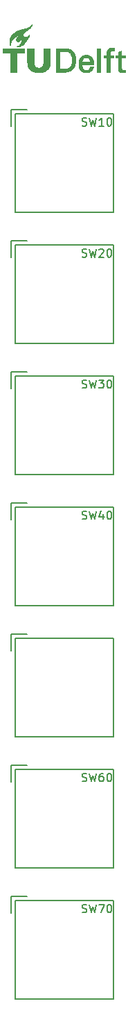
<source format=gbr>
G04 #@! TF.GenerationSoftware,KiCad,Pcbnew,(5.0.1-3-g963ef8bb5)*
G04 #@! TF.CreationDate,2019-06-03T16:35:54+02:00*
G04 #@! TF.ProjectId,foodSampler_v10,666F6F6453616D706C65725F7631302E,rev?*
G04 #@! TF.SameCoordinates,Original*
G04 #@! TF.FileFunction,Legend,Top*
G04 #@! TF.FilePolarity,Positive*
%FSLAX46Y46*%
G04 Gerber Fmt 4.6, Leading zero omitted, Abs format (unit mm)*
G04 Created by KiCad (PCBNEW (5.0.1-3-g963ef8bb5)) date 2019 June 03, Monday 16:35:54*
%MOMM*%
%LPD*%
G01*
G04 APERTURE LIST*
%ADD10C,0.150000*%
%ADD11C,0.010000*%
G04 APERTURE END LIST*
D10*
G04 #@! TO.C,SW10*
X97000000Y-52000000D02*
X109000000Y-52000000D01*
X109000000Y-52000000D02*
X109000000Y-64000000D01*
X109000000Y-64000000D02*
X97000000Y-64000000D01*
X97000000Y-64000000D02*
X97000000Y-52000000D01*
X96500000Y-53500000D02*
X96500000Y-51500000D01*
X96500000Y-51500000D02*
X98000000Y-51500000D01*
X98000000Y-51500000D02*
X98500000Y-51500000D01*
G04 #@! TO.C,SW20*
X98000000Y-67500000D02*
X98500000Y-67500000D01*
X96500000Y-67500000D02*
X98000000Y-67500000D01*
X96500000Y-69500000D02*
X96500000Y-67500000D01*
X97000000Y-80000000D02*
X97000000Y-68000000D01*
X109000000Y-80000000D02*
X97000000Y-80000000D01*
X109000000Y-68000000D02*
X109000000Y-80000000D01*
X97000000Y-68000000D02*
X109000000Y-68000000D01*
G04 #@! TO.C,SW30*
X97000000Y-84000000D02*
X109000000Y-84000000D01*
X109000000Y-84000000D02*
X109000000Y-96000000D01*
X109000000Y-96000000D02*
X97000000Y-96000000D01*
X97000000Y-96000000D02*
X97000000Y-84000000D01*
X96500000Y-85500000D02*
X96500000Y-83500000D01*
X96500000Y-83500000D02*
X98000000Y-83500000D01*
X98000000Y-83500000D02*
X98500000Y-83500000D01*
G04 #@! TO.C,SW40*
X98000000Y-99500000D02*
X98500000Y-99500000D01*
X96500000Y-99500000D02*
X98000000Y-99500000D01*
X96500000Y-101500000D02*
X96500000Y-99500000D01*
X97000000Y-112000000D02*
X97000000Y-100000000D01*
X109000000Y-112000000D02*
X97000000Y-112000000D01*
X109000000Y-100000000D02*
X109000000Y-112000000D01*
X97000000Y-100000000D02*
X109000000Y-100000000D01*
G04 #@! TO.C,SW50*
X97000000Y-116000000D02*
X109000000Y-116000000D01*
X109000000Y-116000000D02*
X109000000Y-128000000D01*
X109000000Y-128000000D02*
X97000000Y-128000000D01*
X97000000Y-128000000D02*
X97000000Y-116000000D01*
X96500000Y-117500000D02*
X96500000Y-115500000D01*
X96500000Y-115500000D02*
X98000000Y-115500000D01*
X98000000Y-115500000D02*
X98500000Y-115500000D01*
G04 #@! TO.C,SW60*
X98000000Y-131500000D02*
X98500000Y-131500000D01*
X96500000Y-131500000D02*
X98000000Y-131500000D01*
X96500000Y-133500000D02*
X96500000Y-131500000D01*
X97000000Y-144000000D02*
X97000000Y-132000000D01*
X109000000Y-144000000D02*
X97000000Y-144000000D01*
X109000000Y-132000000D02*
X109000000Y-144000000D01*
X97000000Y-132000000D02*
X109000000Y-132000000D01*
G04 #@! TO.C,SW70*
X97000000Y-148000000D02*
X109000000Y-148000000D01*
X109000000Y-148000000D02*
X109000000Y-160000000D01*
X109000000Y-160000000D02*
X97000000Y-160000000D01*
X97000000Y-160000000D02*
X97000000Y-148000000D01*
X96500000Y-149500000D02*
X96500000Y-147500000D01*
X96500000Y-147500000D02*
X98000000Y-147500000D01*
X98000000Y-147500000D02*
X98500000Y-147500000D01*
D11*
G04 #@! TO.C,G\002A\002A\002A*
G36*
X99025334Y-41096269D02*
X99035484Y-41114913D01*
X99038910Y-41140407D01*
X99037894Y-41153084D01*
X99024233Y-41213325D01*
X99000569Y-41270826D01*
X98965895Y-41327339D01*
X98919206Y-41384615D01*
X98883867Y-41421195D01*
X98858944Y-41445099D01*
X98833224Y-41468501D01*
X98805386Y-41492424D01*
X98774109Y-41517891D01*
X98738072Y-41545923D01*
X98695953Y-41577544D01*
X98646432Y-41613777D01*
X98588188Y-41655645D01*
X98519899Y-41704170D01*
X98502154Y-41716718D01*
X98415492Y-41778555D01*
X98339874Y-41833886D01*
X98274300Y-41883559D01*
X98217773Y-41928423D01*
X98169292Y-41969327D01*
X98127858Y-42007119D01*
X98092474Y-42042648D01*
X98062140Y-42076764D01*
X98035857Y-42110314D01*
X98030952Y-42117096D01*
X97999356Y-42165324D01*
X97977558Y-42208845D01*
X97964072Y-42251429D01*
X97957415Y-42296846D01*
X97956851Y-42305203D01*
X97958263Y-42373235D01*
X97970505Y-42432923D01*
X97993125Y-42483747D01*
X98025671Y-42525187D01*
X98067689Y-42556722D01*
X98118727Y-42577834D01*
X98178332Y-42588002D01*
X98203873Y-42588889D01*
X98277756Y-42582105D01*
X98354331Y-42561983D01*
X98432846Y-42528868D01*
X98512544Y-42483106D01*
X98592673Y-42425042D01*
X98630032Y-42393806D01*
X98661402Y-42368177D01*
X98685391Y-42352770D01*
X98702165Y-42347932D01*
X98711891Y-42354006D01*
X98714735Y-42371340D01*
X98710862Y-42400278D01*
X98700440Y-42441164D01*
X98683633Y-42494346D01*
X98681492Y-42500695D01*
X98630046Y-42635021D01*
X98567430Y-42768621D01*
X98494807Y-42899986D01*
X98413338Y-43027607D01*
X98324183Y-43149972D01*
X98228505Y-43265574D01*
X98127465Y-43372902D01*
X98022223Y-43470447D01*
X97913940Y-43556699D01*
X97820588Y-43619876D01*
X97720495Y-43675553D01*
X97615946Y-43721482D01*
X97510244Y-43756345D01*
X97433916Y-43774114D01*
X97389075Y-43781614D01*
X97344741Y-43787254D01*
X97303703Y-43790837D01*
X97268751Y-43792168D01*
X97242673Y-43791052D01*
X97230319Y-43788370D01*
X97215956Y-43779162D01*
X97213656Y-43768244D01*
X97223783Y-43755243D01*
X97246702Y-43739787D01*
X97282775Y-43721505D01*
X97305758Y-43711231D01*
X97343095Y-43693111D01*
X97382048Y-43671028D01*
X97415985Y-43648805D01*
X97422975Y-43643625D01*
X97488915Y-43587184D01*
X97551400Y-43522321D01*
X97607830Y-43452230D01*
X97655607Y-43380103D01*
X97688475Y-43317386D01*
X97709429Y-43266083D01*
X97729892Y-43206640D01*
X97749106Y-43142157D01*
X97766313Y-43075735D01*
X97780757Y-43010474D01*
X97791681Y-42949474D01*
X97798327Y-42895838D01*
X97800055Y-42860419D01*
X97799694Y-42833334D01*
X97798116Y-42817448D01*
X97794578Y-42809858D01*
X97788340Y-42807660D01*
X97786561Y-42807611D01*
X97776595Y-42812522D01*
X97763367Y-42827984D01*
X97745996Y-42855095D01*
X97739756Y-42865820D01*
X97714923Y-42903167D01*
X97681880Y-42944251D01*
X97643718Y-42985884D01*
X97603530Y-43024883D01*
X97564408Y-43058060D01*
X97529990Y-43081911D01*
X97465426Y-43114495D01*
X97403758Y-43134810D01*
X97345799Y-43142738D01*
X97292364Y-43138159D01*
X97248255Y-43122974D01*
X97207354Y-43095402D01*
X97173260Y-43057648D01*
X97147247Y-43012511D01*
X97130590Y-42962791D01*
X97124565Y-42911287D01*
X97129893Y-42863071D01*
X97136560Y-42838223D01*
X97145089Y-42813667D01*
X97156439Y-42787606D01*
X97171571Y-42758246D01*
X97191446Y-42723790D01*
X97217023Y-42682443D01*
X97249265Y-42632410D01*
X97270970Y-42599349D01*
X97300300Y-42554098D01*
X97328917Y-42508511D01*
X97355245Y-42465208D01*
X97377706Y-42426811D01*
X97394723Y-42395940D01*
X97401475Y-42382518D01*
X97419237Y-42341556D01*
X97435191Y-42298319D01*
X97448246Y-42256371D01*
X97457311Y-42219277D01*
X97461295Y-42190601D01*
X97461388Y-42186770D01*
X97459532Y-42168748D01*
X97453629Y-42161137D01*
X97443180Y-42164316D01*
X97427683Y-42178664D01*
X97406638Y-42204561D01*
X97379545Y-42242388D01*
X97370335Y-42255866D01*
X97318504Y-42324957D01*
X97256574Y-42393852D01*
X97183478Y-42463613D01*
X97098150Y-42535304D01*
X97062750Y-42562927D01*
X97020155Y-42595566D01*
X96971579Y-42632800D01*
X96922225Y-42670639D01*
X96877292Y-42705098D01*
X96865312Y-42714287D01*
X96805964Y-42761938D01*
X96747967Y-42812495D01*
X96693462Y-42863861D01*
X96644592Y-42913937D01*
X96603501Y-42960626D01*
X96573548Y-43000034D01*
X96536609Y-43057849D01*
X96507355Y-43113102D01*
X96484950Y-43168641D01*
X96468557Y-43227309D01*
X96457341Y-43291953D01*
X96450465Y-43365418D01*
X96447639Y-43428500D01*
X96445418Y-43487234D01*
X96442429Y-43533068D01*
X96438458Y-43567205D01*
X96433290Y-43590845D01*
X96426710Y-43605190D01*
X96418503Y-43611441D01*
X96414802Y-43611945D01*
X96404533Y-43606276D01*
X96393760Y-43588947D01*
X96382322Y-43559469D01*
X96370055Y-43517356D01*
X96356794Y-43462120D01*
X96343774Y-43400278D01*
X96322234Y-43264365D01*
X96313398Y-43134267D01*
X96317381Y-43009417D01*
X96334300Y-42889252D01*
X96364273Y-42773203D01*
X96407415Y-42660707D01*
X96463844Y-42551198D01*
X96533676Y-42444108D01*
X96543926Y-42430090D01*
X96621860Y-42335070D01*
X96712928Y-42242398D01*
X96816261Y-42152696D01*
X96930987Y-42066582D01*
X97056236Y-41984678D01*
X97191139Y-41907603D01*
X97334823Y-41835978D01*
X97447277Y-41786438D01*
X97485473Y-41770916D01*
X97524122Y-41756131D01*
X97564715Y-41741627D01*
X97608740Y-41726952D01*
X97657688Y-41711653D01*
X97713048Y-41695274D01*
X97776310Y-41677364D01*
X97848962Y-41657468D01*
X97932495Y-41635133D01*
X98018777Y-41612423D01*
X98078586Y-41596600D01*
X98138519Y-41580437D01*
X98196033Y-41564642D01*
X98248584Y-41549924D01*
X98293630Y-41536989D01*
X98328626Y-41526548D01*
X98339805Y-41523047D01*
X98463641Y-41480049D01*
X98574976Y-41434127D01*
X98675253Y-41384531D01*
X98765913Y-41330512D01*
X98848399Y-41271319D01*
X98890138Y-41236862D01*
X98919047Y-41210680D01*
X98939764Y-41188490D01*
X98955640Y-41166171D01*
X98970028Y-41139599D01*
X98971277Y-41137036D01*
X98984985Y-41110459D01*
X98995404Y-41094946D01*
X99004217Y-41088354D01*
X99009906Y-41087841D01*
X99025334Y-41096269D01*
X99025334Y-41096269D01*
G37*
X99025334Y-41096269D02*
X99035484Y-41114913D01*
X99038910Y-41140407D01*
X99037894Y-41153084D01*
X99024233Y-41213325D01*
X99000569Y-41270826D01*
X98965895Y-41327339D01*
X98919206Y-41384615D01*
X98883867Y-41421195D01*
X98858944Y-41445099D01*
X98833224Y-41468501D01*
X98805386Y-41492424D01*
X98774109Y-41517891D01*
X98738072Y-41545923D01*
X98695953Y-41577544D01*
X98646432Y-41613777D01*
X98588188Y-41655645D01*
X98519899Y-41704170D01*
X98502154Y-41716718D01*
X98415492Y-41778555D01*
X98339874Y-41833886D01*
X98274300Y-41883559D01*
X98217773Y-41928423D01*
X98169292Y-41969327D01*
X98127858Y-42007119D01*
X98092474Y-42042648D01*
X98062140Y-42076764D01*
X98035857Y-42110314D01*
X98030952Y-42117096D01*
X97999356Y-42165324D01*
X97977558Y-42208845D01*
X97964072Y-42251429D01*
X97957415Y-42296846D01*
X97956851Y-42305203D01*
X97958263Y-42373235D01*
X97970505Y-42432923D01*
X97993125Y-42483747D01*
X98025671Y-42525187D01*
X98067689Y-42556722D01*
X98118727Y-42577834D01*
X98178332Y-42588002D01*
X98203873Y-42588889D01*
X98277756Y-42582105D01*
X98354331Y-42561983D01*
X98432846Y-42528868D01*
X98512544Y-42483106D01*
X98592673Y-42425042D01*
X98630032Y-42393806D01*
X98661402Y-42368177D01*
X98685391Y-42352770D01*
X98702165Y-42347932D01*
X98711891Y-42354006D01*
X98714735Y-42371340D01*
X98710862Y-42400278D01*
X98700440Y-42441164D01*
X98683633Y-42494346D01*
X98681492Y-42500695D01*
X98630046Y-42635021D01*
X98567430Y-42768621D01*
X98494807Y-42899986D01*
X98413338Y-43027607D01*
X98324183Y-43149972D01*
X98228505Y-43265574D01*
X98127465Y-43372902D01*
X98022223Y-43470447D01*
X97913940Y-43556699D01*
X97820588Y-43619876D01*
X97720495Y-43675553D01*
X97615946Y-43721482D01*
X97510244Y-43756345D01*
X97433916Y-43774114D01*
X97389075Y-43781614D01*
X97344741Y-43787254D01*
X97303703Y-43790837D01*
X97268751Y-43792168D01*
X97242673Y-43791052D01*
X97230319Y-43788370D01*
X97215956Y-43779162D01*
X97213656Y-43768244D01*
X97223783Y-43755243D01*
X97246702Y-43739787D01*
X97282775Y-43721505D01*
X97305758Y-43711231D01*
X97343095Y-43693111D01*
X97382048Y-43671028D01*
X97415985Y-43648805D01*
X97422975Y-43643625D01*
X97488915Y-43587184D01*
X97551400Y-43522321D01*
X97607830Y-43452230D01*
X97655607Y-43380103D01*
X97688475Y-43317386D01*
X97709429Y-43266083D01*
X97729892Y-43206640D01*
X97749106Y-43142157D01*
X97766313Y-43075735D01*
X97780757Y-43010474D01*
X97791681Y-42949474D01*
X97798327Y-42895838D01*
X97800055Y-42860419D01*
X97799694Y-42833334D01*
X97798116Y-42817448D01*
X97794578Y-42809858D01*
X97788340Y-42807660D01*
X97786561Y-42807611D01*
X97776595Y-42812522D01*
X97763367Y-42827984D01*
X97745996Y-42855095D01*
X97739756Y-42865820D01*
X97714923Y-42903167D01*
X97681880Y-42944251D01*
X97643718Y-42985884D01*
X97603530Y-43024883D01*
X97564408Y-43058060D01*
X97529990Y-43081911D01*
X97465426Y-43114495D01*
X97403758Y-43134810D01*
X97345799Y-43142738D01*
X97292364Y-43138159D01*
X97248255Y-43122974D01*
X97207354Y-43095402D01*
X97173260Y-43057648D01*
X97147247Y-43012511D01*
X97130590Y-42962791D01*
X97124565Y-42911287D01*
X97129893Y-42863071D01*
X97136560Y-42838223D01*
X97145089Y-42813667D01*
X97156439Y-42787606D01*
X97171571Y-42758246D01*
X97191446Y-42723790D01*
X97217023Y-42682443D01*
X97249265Y-42632410D01*
X97270970Y-42599349D01*
X97300300Y-42554098D01*
X97328917Y-42508511D01*
X97355245Y-42465208D01*
X97377706Y-42426811D01*
X97394723Y-42395940D01*
X97401475Y-42382518D01*
X97419237Y-42341556D01*
X97435191Y-42298319D01*
X97448246Y-42256371D01*
X97457311Y-42219277D01*
X97461295Y-42190601D01*
X97461388Y-42186770D01*
X97459532Y-42168748D01*
X97453629Y-42161137D01*
X97443180Y-42164316D01*
X97427683Y-42178664D01*
X97406638Y-42204561D01*
X97379545Y-42242388D01*
X97370335Y-42255866D01*
X97318504Y-42324957D01*
X97256574Y-42393852D01*
X97183478Y-42463613D01*
X97098150Y-42535304D01*
X97062750Y-42562927D01*
X97020155Y-42595566D01*
X96971579Y-42632800D01*
X96922225Y-42670639D01*
X96877292Y-42705098D01*
X96865312Y-42714287D01*
X96805964Y-42761938D01*
X96747967Y-42812495D01*
X96693462Y-42863861D01*
X96644592Y-42913937D01*
X96603501Y-42960626D01*
X96573548Y-43000034D01*
X96536609Y-43057849D01*
X96507355Y-43113102D01*
X96484950Y-43168641D01*
X96468557Y-43227309D01*
X96457341Y-43291953D01*
X96450465Y-43365418D01*
X96447639Y-43428500D01*
X96445418Y-43487234D01*
X96442429Y-43533068D01*
X96438458Y-43567205D01*
X96433290Y-43590845D01*
X96426710Y-43605190D01*
X96418503Y-43611441D01*
X96414802Y-43611945D01*
X96404533Y-43606276D01*
X96393760Y-43588947D01*
X96382322Y-43559469D01*
X96370055Y-43517356D01*
X96356794Y-43462120D01*
X96343774Y-43400278D01*
X96322234Y-43264365D01*
X96313398Y-43134267D01*
X96317381Y-43009417D01*
X96334300Y-42889252D01*
X96364273Y-42773203D01*
X96407415Y-42660707D01*
X96463844Y-42551198D01*
X96533676Y-42444108D01*
X96543926Y-42430090D01*
X96621860Y-42335070D01*
X96712928Y-42242398D01*
X96816261Y-42152696D01*
X96930987Y-42066582D01*
X97056236Y-41984678D01*
X97191139Y-41907603D01*
X97334823Y-41835978D01*
X97447277Y-41786438D01*
X97485473Y-41770916D01*
X97524122Y-41756131D01*
X97564715Y-41741627D01*
X97608740Y-41726952D01*
X97657688Y-41711653D01*
X97713048Y-41695274D01*
X97776310Y-41677364D01*
X97848962Y-41657468D01*
X97932495Y-41635133D01*
X98018777Y-41612423D01*
X98078586Y-41596600D01*
X98138519Y-41580437D01*
X98196033Y-41564642D01*
X98248584Y-41549924D01*
X98293630Y-41536989D01*
X98328626Y-41526548D01*
X98339805Y-41523047D01*
X98463641Y-41480049D01*
X98574976Y-41434127D01*
X98675253Y-41384531D01*
X98765913Y-41330512D01*
X98848399Y-41271319D01*
X98890138Y-41236862D01*
X98919047Y-41210680D01*
X98939764Y-41188490D01*
X98955640Y-41166171D01*
X98970028Y-41139599D01*
X98971277Y-41137036D01*
X98984985Y-41110459D01*
X98995404Y-41094946D01*
X99004217Y-41088354D01*
X99009906Y-41087841D01*
X99025334Y-41096269D01*
G36*
X108888920Y-43913479D02*
X108967663Y-43920240D01*
X109044143Y-43932086D01*
X109097763Y-43944211D01*
X109124222Y-43951155D01*
X109124222Y-44268618D01*
X109058958Y-44263073D01*
X109005275Y-44259712D01*
X108948974Y-44258278D01*
X108893737Y-44258711D01*
X108843247Y-44260949D01*
X108801185Y-44264931D01*
X108783959Y-44267653D01*
X108748665Y-44277189D01*
X108713915Y-44291165D01*
X108699365Y-44298893D01*
X108677789Y-44313409D01*
X108661794Y-44329279D01*
X108647420Y-44351034D01*
X108637461Y-44369708D01*
X108612694Y-44418332D01*
X108610465Y-44632499D01*
X108608235Y-44846667D01*
X109067777Y-44846667D01*
X109067777Y-45114778D01*
X108609222Y-45114778D01*
X108605638Y-46853972D01*
X108418191Y-46855849D01*
X108368112Y-46856174D01*
X108322718Y-46856132D01*
X108283903Y-46855752D01*
X108253564Y-46855063D01*
X108233597Y-46854093D01*
X108225927Y-46852909D01*
X108225319Y-46845379D01*
X108224733Y-46824597D01*
X108224174Y-46791421D01*
X108223647Y-46746709D01*
X108223156Y-46691321D01*
X108222707Y-46626115D01*
X108222303Y-46551949D01*
X108221950Y-46469683D01*
X108221653Y-46380175D01*
X108221415Y-46284283D01*
X108221243Y-46182866D01*
X108221140Y-46076783D01*
X108221111Y-45981435D01*
X108221111Y-45114778D01*
X107833055Y-45114778D01*
X107833055Y-44846667D01*
X108219469Y-44846667D01*
X108222871Y-44612070D01*
X108223849Y-44547734D01*
X108224807Y-44495648D01*
X108225879Y-44453950D01*
X108227196Y-44420779D01*
X108228891Y-44394274D01*
X108231096Y-44372573D01*
X108233944Y-44353816D01*
X108237567Y-44336141D01*
X108242096Y-44317687D01*
X108244432Y-44308760D01*
X108272559Y-44226822D01*
X108311209Y-44154169D01*
X108360449Y-44090746D01*
X108420344Y-44036492D01*
X108490960Y-43991351D01*
X108572362Y-43955264D01*
X108664615Y-43928174D01*
X108676979Y-43925403D01*
X108739793Y-43915892D01*
X108811702Y-43911974D01*
X108888920Y-43913479D01*
X108888920Y-43913479D01*
G37*
X108888920Y-43913479D02*
X108967663Y-43920240D01*
X109044143Y-43932086D01*
X109097763Y-43944211D01*
X109124222Y-43951155D01*
X109124222Y-44268618D01*
X109058958Y-44263073D01*
X109005275Y-44259712D01*
X108948974Y-44258278D01*
X108893737Y-44258711D01*
X108843247Y-44260949D01*
X108801185Y-44264931D01*
X108783959Y-44267653D01*
X108748665Y-44277189D01*
X108713915Y-44291165D01*
X108699365Y-44298893D01*
X108677789Y-44313409D01*
X108661794Y-44329279D01*
X108647420Y-44351034D01*
X108637461Y-44369708D01*
X108612694Y-44418332D01*
X108610465Y-44632499D01*
X108608235Y-44846667D01*
X109067777Y-44846667D01*
X109067777Y-45114778D01*
X108609222Y-45114778D01*
X108605638Y-46853972D01*
X108418191Y-46855849D01*
X108368112Y-46856174D01*
X108322718Y-46856132D01*
X108283903Y-46855752D01*
X108253564Y-46855063D01*
X108233597Y-46854093D01*
X108225927Y-46852909D01*
X108225319Y-46845379D01*
X108224733Y-46824597D01*
X108224174Y-46791421D01*
X108223647Y-46746709D01*
X108223156Y-46691321D01*
X108222707Y-46626115D01*
X108222303Y-46551949D01*
X108221950Y-46469683D01*
X108221653Y-46380175D01*
X108221415Y-46284283D01*
X108221243Y-46182866D01*
X108221140Y-46076783D01*
X108221111Y-45981435D01*
X108221111Y-45114778D01*
X107833055Y-45114778D01*
X107833055Y-44846667D01*
X108219469Y-44846667D01*
X108222871Y-44612070D01*
X108223849Y-44547734D01*
X108224807Y-44495648D01*
X108225879Y-44453950D01*
X108227196Y-44420779D01*
X108228891Y-44394274D01*
X108231096Y-44372573D01*
X108233944Y-44353816D01*
X108237567Y-44336141D01*
X108242096Y-44317687D01*
X108244432Y-44308760D01*
X108272559Y-44226822D01*
X108311209Y-44154169D01*
X108360449Y-44090746D01*
X108420344Y-44036492D01*
X108490960Y-43991351D01*
X108572362Y-43955264D01*
X108664615Y-43928174D01*
X108676979Y-43925403D01*
X108739793Y-43915892D01*
X108811702Y-43911974D01*
X108888920Y-43913479D01*
G36*
X107416777Y-46857500D02*
X107035777Y-46857500D01*
X107035777Y-43971778D01*
X107416777Y-43971778D01*
X107416777Y-46857500D01*
X107416777Y-46857500D01*
G37*
X107416777Y-46857500D02*
X107035777Y-46857500D01*
X107035777Y-43971778D01*
X107416777Y-43971778D01*
X107416777Y-46857500D01*
G36*
X102717330Y-43971877D02*
X102817930Y-43972170D01*
X102909756Y-43972647D01*
X102992067Y-43973300D01*
X103064126Y-43974120D01*
X103125192Y-43975098D01*
X103174528Y-43976225D01*
X103211393Y-43977493D01*
X103235049Y-43978894D01*
X103238403Y-43979218D01*
X103379322Y-44000541D01*
X103511876Y-44032932D01*
X103635890Y-44076279D01*
X103751191Y-44130471D01*
X103857605Y-44195395D01*
X103954959Y-44270939D01*
X104043080Y-44356991D01*
X104121794Y-44453439D01*
X104190928Y-44560172D01*
X104219873Y-44613486D01*
X104277366Y-44740600D01*
X104323914Y-44875128D01*
X104359475Y-45015528D01*
X104384009Y-45160255D01*
X104397473Y-45307765D01*
X104399826Y-45456516D01*
X104391025Y-45604963D01*
X104371029Y-45751562D01*
X104339796Y-45894770D01*
X104297284Y-46033044D01*
X104260817Y-46126016D01*
X104202492Y-46245328D01*
X104134707Y-46354171D01*
X104057518Y-46452500D01*
X103970979Y-46540268D01*
X103875144Y-46617428D01*
X103770069Y-46683935D01*
X103655807Y-46739742D01*
X103532415Y-46784802D01*
X103462748Y-46804460D01*
X103430398Y-46812630D01*
X103400630Y-46819825D01*
X103372340Y-46826111D01*
X103344427Y-46831555D01*
X103315787Y-46836225D01*
X103285320Y-46840187D01*
X103251923Y-46843510D01*
X103214493Y-46846259D01*
X103171928Y-46848502D01*
X103123127Y-46850307D01*
X103066986Y-46851740D01*
X103002404Y-46852869D01*
X102928279Y-46853761D01*
X102843507Y-46854482D01*
X102746988Y-46855101D01*
X102637618Y-46855684D01*
X102620763Y-46855769D01*
X102047500Y-46858645D01*
X102047500Y-46505600D01*
X102449666Y-46505600D01*
X102832430Y-46502810D01*
X102916348Y-46502171D01*
X102987447Y-46501546D01*
X103047018Y-46500881D01*
X103096354Y-46500128D01*
X103136746Y-46499235D01*
X103169486Y-46498151D01*
X103195866Y-46496825D01*
X103217177Y-46495206D01*
X103234712Y-46493244D01*
X103249762Y-46490888D01*
X103263619Y-46488087D01*
X103275166Y-46485380D01*
X103384476Y-46452757D01*
X103483577Y-46410605D01*
X103572961Y-46358591D01*
X103653120Y-46296386D01*
X103724547Y-46223658D01*
X103787346Y-46140657D01*
X103844274Y-46043784D01*
X103890814Y-45939561D01*
X103927116Y-45827415D01*
X103953328Y-45706770D01*
X103969599Y-45577053D01*
X103976077Y-45437688D01*
X103976214Y-45411111D01*
X103973690Y-45301362D01*
X103966034Y-45201871D01*
X103952816Y-45109590D01*
X103933603Y-45021471D01*
X103909258Y-44938389D01*
X103866880Y-44828921D01*
X103814925Y-44728914D01*
X103753821Y-44638802D01*
X103683998Y-44559017D01*
X103605883Y-44489992D01*
X103519906Y-44432160D01*
X103426493Y-44385953D01*
X103329397Y-44352707D01*
X103300327Y-44345079D01*
X103272353Y-44338625D01*
X103244009Y-44333251D01*
X103213828Y-44328860D01*
X103180342Y-44325356D01*
X103142087Y-44322642D01*
X103097594Y-44320622D01*
X103045397Y-44319200D01*
X102984030Y-44318280D01*
X102912026Y-44317765D01*
X102827919Y-44317559D01*
X102793625Y-44317542D01*
X102449666Y-44317500D01*
X102449666Y-46505600D01*
X102047500Y-46505600D01*
X102047500Y-43971778D01*
X102608694Y-43971778D01*
X102717330Y-43971877D01*
X102717330Y-43971877D01*
G37*
X102717330Y-43971877D02*
X102817930Y-43972170D01*
X102909756Y-43972647D01*
X102992067Y-43973300D01*
X103064126Y-43974120D01*
X103125192Y-43975098D01*
X103174528Y-43976225D01*
X103211393Y-43977493D01*
X103235049Y-43978894D01*
X103238403Y-43979218D01*
X103379322Y-44000541D01*
X103511876Y-44032932D01*
X103635890Y-44076279D01*
X103751191Y-44130471D01*
X103857605Y-44195395D01*
X103954959Y-44270939D01*
X104043080Y-44356991D01*
X104121794Y-44453439D01*
X104190928Y-44560172D01*
X104219873Y-44613486D01*
X104277366Y-44740600D01*
X104323914Y-44875128D01*
X104359475Y-45015528D01*
X104384009Y-45160255D01*
X104397473Y-45307765D01*
X104399826Y-45456516D01*
X104391025Y-45604963D01*
X104371029Y-45751562D01*
X104339796Y-45894770D01*
X104297284Y-46033044D01*
X104260817Y-46126016D01*
X104202492Y-46245328D01*
X104134707Y-46354171D01*
X104057518Y-46452500D01*
X103970979Y-46540268D01*
X103875144Y-46617428D01*
X103770069Y-46683935D01*
X103655807Y-46739742D01*
X103532415Y-46784802D01*
X103462748Y-46804460D01*
X103430398Y-46812630D01*
X103400630Y-46819825D01*
X103372340Y-46826111D01*
X103344427Y-46831555D01*
X103315787Y-46836225D01*
X103285320Y-46840187D01*
X103251923Y-46843510D01*
X103214493Y-46846259D01*
X103171928Y-46848502D01*
X103123127Y-46850307D01*
X103066986Y-46851740D01*
X103002404Y-46852869D01*
X102928279Y-46853761D01*
X102843507Y-46854482D01*
X102746988Y-46855101D01*
X102637618Y-46855684D01*
X102620763Y-46855769D01*
X102047500Y-46858645D01*
X102047500Y-46505600D01*
X102449666Y-46505600D01*
X102832430Y-46502810D01*
X102916348Y-46502171D01*
X102987447Y-46501546D01*
X103047018Y-46500881D01*
X103096354Y-46500128D01*
X103136746Y-46499235D01*
X103169486Y-46498151D01*
X103195866Y-46496825D01*
X103217177Y-46495206D01*
X103234712Y-46493244D01*
X103249762Y-46490888D01*
X103263619Y-46488087D01*
X103275166Y-46485380D01*
X103384476Y-46452757D01*
X103483577Y-46410605D01*
X103572961Y-46358591D01*
X103653120Y-46296386D01*
X103724547Y-46223658D01*
X103787346Y-46140657D01*
X103844274Y-46043784D01*
X103890814Y-45939561D01*
X103927116Y-45827415D01*
X103953328Y-45706770D01*
X103969599Y-45577053D01*
X103976077Y-45437688D01*
X103976214Y-45411111D01*
X103973690Y-45301362D01*
X103966034Y-45201871D01*
X103952816Y-45109590D01*
X103933603Y-45021471D01*
X103909258Y-44938389D01*
X103866880Y-44828921D01*
X103814925Y-44728914D01*
X103753821Y-44638802D01*
X103683998Y-44559017D01*
X103605883Y-44489992D01*
X103519906Y-44432160D01*
X103426493Y-44385953D01*
X103329397Y-44352707D01*
X103300327Y-44345079D01*
X103272353Y-44338625D01*
X103244009Y-44333251D01*
X103213828Y-44328860D01*
X103180342Y-44325356D01*
X103142087Y-44322642D01*
X103097594Y-44320622D01*
X103045397Y-44319200D01*
X102984030Y-44318280D01*
X102912026Y-44317765D01*
X102827919Y-44317559D01*
X102793625Y-44317542D01*
X102449666Y-44317500D01*
X102449666Y-46505600D01*
X102047500Y-46505600D01*
X102047500Y-43971778D01*
X102608694Y-43971778D01*
X102717330Y-43971877D01*
G36*
X98124611Y-44529167D02*
X97228555Y-44529167D01*
X97228555Y-46857500D01*
X96431277Y-46857500D01*
X96431277Y-44529167D01*
X95535222Y-44529167D01*
X95535222Y-43971778D01*
X98124611Y-43971778D01*
X98124611Y-44529167D01*
X98124611Y-44529167D01*
G37*
X98124611Y-44529167D02*
X97228555Y-44529167D01*
X97228555Y-46857500D01*
X96431277Y-46857500D01*
X96431277Y-44529167D01*
X95535222Y-44529167D01*
X95535222Y-43971778D01*
X98124611Y-43971778D01*
X98124611Y-44529167D01*
G36*
X110008934Y-44310191D02*
X110010064Y-44329581D01*
X110011069Y-44360038D01*
X110011917Y-44400038D01*
X110012578Y-44448061D01*
X110013021Y-44502582D01*
X110013215Y-44562080D01*
X110013222Y-44575028D01*
X110013222Y-44846667D01*
X110471833Y-44846667D01*
X110471833Y-45114778D01*
X110013222Y-45114778D01*
X110013291Y-45790347D01*
X110013360Y-46465917D01*
X110029812Y-46501246D01*
X110056191Y-46541848D01*
X110093509Y-46575897D01*
X110132440Y-46598118D01*
X110163341Y-46607413D01*
X110204707Y-46613508D01*
X110253256Y-46616396D01*
X110305707Y-46616069D01*
X110358779Y-46612518D01*
X110409192Y-46605735D01*
X110441847Y-46598884D01*
X110457722Y-46594915D01*
X110457722Y-46743846D01*
X110457483Y-46787973D01*
X110456816Y-46826912D01*
X110455794Y-46858607D01*
X110454490Y-46881000D01*
X110452976Y-46892035D01*
X110452430Y-46892834D01*
X110443739Y-46893684D01*
X110423977Y-46895957D01*
X110396074Y-46899308D01*
X110362958Y-46903390D01*
X110362740Y-46903418D01*
X110306163Y-46908702D01*
X110241697Y-46911815D01*
X110174372Y-46912720D01*
X110109219Y-46911375D01*
X110051270Y-46907740D01*
X110034388Y-46906009D01*
X109954664Y-46892776D01*
X109881877Y-46872592D01*
X109817746Y-46846134D01*
X109763987Y-46814081D01*
X109730798Y-46786071D01*
X109699539Y-46749654D01*
X109674699Y-46708253D01*
X109654371Y-46658327D01*
X109644365Y-46625754D01*
X109641924Y-46616841D01*
X109639757Y-46607945D01*
X109637844Y-46598205D01*
X109636167Y-46586759D01*
X109634705Y-46572744D01*
X109633441Y-46555299D01*
X109632353Y-46533561D01*
X109631424Y-46506668D01*
X109630633Y-46473758D01*
X109629962Y-46433968D01*
X109629390Y-46386437D01*
X109628899Y-46330302D01*
X109628470Y-46264702D01*
X109628083Y-46188773D01*
X109627718Y-46101655D01*
X109627357Y-46002484D01*
X109626979Y-45890398D01*
X109626825Y-45843264D01*
X109624439Y-45114778D01*
X109286500Y-45114778D01*
X109286500Y-44846667D01*
X109624959Y-44846667D01*
X109626827Y-44633610D01*
X109628694Y-44420554D01*
X109815445Y-44361972D01*
X109864347Y-44346691D01*
X109908862Y-44332897D01*
X109947211Y-44321130D01*
X109977617Y-44311932D01*
X109998302Y-44305845D01*
X110007489Y-44303411D01*
X110007709Y-44303389D01*
X110008934Y-44310191D01*
X110008934Y-44310191D01*
G37*
X110008934Y-44310191D02*
X110010064Y-44329581D01*
X110011069Y-44360038D01*
X110011917Y-44400038D01*
X110012578Y-44448061D01*
X110013021Y-44502582D01*
X110013215Y-44562080D01*
X110013222Y-44575028D01*
X110013222Y-44846667D01*
X110471833Y-44846667D01*
X110471833Y-45114778D01*
X110013222Y-45114778D01*
X110013291Y-45790347D01*
X110013360Y-46465917D01*
X110029812Y-46501246D01*
X110056191Y-46541848D01*
X110093509Y-46575897D01*
X110132440Y-46598118D01*
X110163341Y-46607413D01*
X110204707Y-46613508D01*
X110253256Y-46616396D01*
X110305707Y-46616069D01*
X110358779Y-46612518D01*
X110409192Y-46605735D01*
X110441847Y-46598884D01*
X110457722Y-46594915D01*
X110457722Y-46743846D01*
X110457483Y-46787973D01*
X110456816Y-46826912D01*
X110455794Y-46858607D01*
X110454490Y-46881000D01*
X110452976Y-46892035D01*
X110452430Y-46892834D01*
X110443739Y-46893684D01*
X110423977Y-46895957D01*
X110396074Y-46899308D01*
X110362958Y-46903390D01*
X110362740Y-46903418D01*
X110306163Y-46908702D01*
X110241697Y-46911815D01*
X110174372Y-46912720D01*
X110109219Y-46911375D01*
X110051270Y-46907740D01*
X110034388Y-46906009D01*
X109954664Y-46892776D01*
X109881877Y-46872592D01*
X109817746Y-46846134D01*
X109763987Y-46814081D01*
X109730798Y-46786071D01*
X109699539Y-46749654D01*
X109674699Y-46708253D01*
X109654371Y-46658327D01*
X109644365Y-46625754D01*
X109641924Y-46616841D01*
X109639757Y-46607945D01*
X109637844Y-46598205D01*
X109636167Y-46586759D01*
X109634705Y-46572744D01*
X109633441Y-46555299D01*
X109632353Y-46533561D01*
X109631424Y-46506668D01*
X109630633Y-46473758D01*
X109629962Y-46433968D01*
X109629390Y-46386437D01*
X109628899Y-46330302D01*
X109628470Y-46264702D01*
X109628083Y-46188773D01*
X109627718Y-46101655D01*
X109627357Y-46002484D01*
X109626979Y-45890398D01*
X109626825Y-45843264D01*
X109624439Y-45114778D01*
X109286500Y-45114778D01*
X109286500Y-44846667D01*
X109624959Y-44846667D01*
X109626827Y-44633610D01*
X109628694Y-44420554D01*
X109815445Y-44361972D01*
X109864347Y-44346691D01*
X109908862Y-44332897D01*
X109947211Y-44321130D01*
X109977617Y-44311932D01*
X109998302Y-44305845D01*
X110007489Y-44303411D01*
X110007709Y-44303389D01*
X110008934Y-44310191D01*
G36*
X105730376Y-44791774D02*
X105787817Y-44793826D01*
X105840671Y-44797451D01*
X105885448Y-44802589D01*
X105910416Y-44807120D01*
X106010834Y-44834680D01*
X106100916Y-44870051D01*
X106182734Y-44914315D01*
X106258355Y-44968556D01*
X106314297Y-45018416D01*
X106383261Y-45095051D01*
X106442180Y-45181402D01*
X106491103Y-45277564D01*
X106530079Y-45383636D01*
X106559156Y-45499713D01*
X106560464Y-45506361D01*
X106565242Y-45540119D01*
X106569199Y-45587912D01*
X106572336Y-45649757D01*
X106574655Y-45725669D01*
X106575059Y-45744486D01*
X106578704Y-45926167D01*
X105151944Y-45926167D01*
X105151968Y-45945570D01*
X105152609Y-45960303D01*
X105154327Y-45985363D01*
X105156849Y-46017028D01*
X105159395Y-46046111D01*
X105174039Y-46155551D01*
X105196959Y-46254159D01*
X105228061Y-46341791D01*
X105267249Y-46418301D01*
X105314431Y-46483544D01*
X105369511Y-46537375D01*
X105432397Y-46579648D01*
X105502992Y-46610217D01*
X105530130Y-46618290D01*
X105574600Y-46626749D01*
X105628294Y-46631787D01*
X105686736Y-46633354D01*
X105745448Y-46631403D01*
X105799954Y-46625886D01*
X105825750Y-46621471D01*
X105899329Y-46600310D01*
X105963726Y-46568484D01*
X106018986Y-46525946D01*
X106065157Y-46472646D01*
X106102285Y-46408538D01*
X106130416Y-46333572D01*
X106139999Y-46296951D01*
X106155572Y-46229556D01*
X106556639Y-46229556D01*
X106552095Y-46256014D01*
X106527557Y-46362424D01*
X106492107Y-46459940D01*
X106445903Y-46548421D01*
X106389101Y-46627726D01*
X106321857Y-46697714D01*
X106244327Y-46758245D01*
X106156669Y-46809179D01*
X106059039Y-46850375D01*
X105951592Y-46881692D01*
X105834486Y-46902990D01*
X105831665Y-46903363D01*
X105791024Y-46907434D01*
X105741973Y-46910415D01*
X105688801Y-46912222D01*
X105635799Y-46912771D01*
X105587257Y-46911979D01*
X105547466Y-46909762D01*
X105540000Y-46909042D01*
X105437915Y-46892527D01*
X105338998Y-46865621D01*
X105246009Y-46829269D01*
X105161709Y-46784417D01*
X105144900Y-46773698D01*
X105112279Y-46749539D01*
X105075001Y-46717704D01*
X105036883Y-46681798D01*
X105001744Y-46645427D01*
X104973403Y-46612196D01*
X104972136Y-46610556D01*
X104913910Y-46523280D01*
X104865225Y-46425675D01*
X104826111Y-46317829D01*
X104796593Y-46199833D01*
X104776700Y-46071778D01*
X104766459Y-45933754D01*
X104766439Y-45933222D01*
X104766555Y-45797742D01*
X104777084Y-45668140D01*
X104778775Y-45658056D01*
X105160733Y-45658056D01*
X106175000Y-45658056D01*
X106174860Y-45613959D01*
X106168050Y-45519228D01*
X106148713Y-45426073D01*
X106117594Y-45337744D01*
X106105907Y-45312334D01*
X106066523Y-45245909D01*
X106018312Y-45189439D01*
X105962253Y-45143941D01*
X105921000Y-45120205D01*
X105849944Y-45092127D01*
X105773693Y-45074273D01*
X105695133Y-45066726D01*
X105617145Y-45069571D01*
X105542615Y-45082892D01*
X105474427Y-45106773D01*
X105473599Y-45107151D01*
X105402862Y-45147164D01*
X105340615Y-45198213D01*
X105287109Y-45259875D01*
X105242599Y-45331730D01*
X105207336Y-45413354D01*
X105181574Y-45504327D01*
X105165566Y-45604226D01*
X105163616Y-45624542D01*
X105160733Y-45658056D01*
X104778775Y-45658056D01*
X104797734Y-45545041D01*
X104828211Y-45429068D01*
X104868221Y-45320845D01*
X104917470Y-45220996D01*
X104975666Y-45130144D01*
X105042514Y-45048914D01*
X105117721Y-44977929D01*
X105200992Y-44917813D01*
X105260175Y-44884419D01*
X105314758Y-44860080D01*
X105378072Y-44837283D01*
X105444738Y-44817735D01*
X105509379Y-44803145D01*
X105524497Y-44800488D01*
X105565407Y-44795651D01*
X105615682Y-44792626D01*
X105671835Y-44791354D01*
X105730376Y-44791774D01*
X105730376Y-44791774D01*
G37*
X105730376Y-44791774D02*
X105787817Y-44793826D01*
X105840671Y-44797451D01*
X105885448Y-44802589D01*
X105910416Y-44807120D01*
X106010834Y-44834680D01*
X106100916Y-44870051D01*
X106182734Y-44914315D01*
X106258355Y-44968556D01*
X106314297Y-45018416D01*
X106383261Y-45095051D01*
X106442180Y-45181402D01*
X106491103Y-45277564D01*
X106530079Y-45383636D01*
X106559156Y-45499713D01*
X106560464Y-45506361D01*
X106565242Y-45540119D01*
X106569199Y-45587912D01*
X106572336Y-45649757D01*
X106574655Y-45725669D01*
X106575059Y-45744486D01*
X106578704Y-45926167D01*
X105151944Y-45926167D01*
X105151968Y-45945570D01*
X105152609Y-45960303D01*
X105154327Y-45985363D01*
X105156849Y-46017028D01*
X105159395Y-46046111D01*
X105174039Y-46155551D01*
X105196959Y-46254159D01*
X105228061Y-46341791D01*
X105267249Y-46418301D01*
X105314431Y-46483544D01*
X105369511Y-46537375D01*
X105432397Y-46579648D01*
X105502992Y-46610217D01*
X105530130Y-46618290D01*
X105574600Y-46626749D01*
X105628294Y-46631787D01*
X105686736Y-46633354D01*
X105745448Y-46631403D01*
X105799954Y-46625886D01*
X105825750Y-46621471D01*
X105899329Y-46600310D01*
X105963726Y-46568484D01*
X106018986Y-46525946D01*
X106065157Y-46472646D01*
X106102285Y-46408538D01*
X106130416Y-46333572D01*
X106139999Y-46296951D01*
X106155572Y-46229556D01*
X106556639Y-46229556D01*
X106552095Y-46256014D01*
X106527557Y-46362424D01*
X106492107Y-46459940D01*
X106445903Y-46548421D01*
X106389101Y-46627726D01*
X106321857Y-46697714D01*
X106244327Y-46758245D01*
X106156669Y-46809179D01*
X106059039Y-46850375D01*
X105951592Y-46881692D01*
X105834486Y-46902990D01*
X105831665Y-46903363D01*
X105791024Y-46907434D01*
X105741973Y-46910415D01*
X105688801Y-46912222D01*
X105635799Y-46912771D01*
X105587257Y-46911979D01*
X105547466Y-46909762D01*
X105540000Y-46909042D01*
X105437915Y-46892527D01*
X105338998Y-46865621D01*
X105246009Y-46829269D01*
X105161709Y-46784417D01*
X105144900Y-46773698D01*
X105112279Y-46749539D01*
X105075001Y-46717704D01*
X105036883Y-46681798D01*
X105001744Y-46645427D01*
X104973403Y-46612196D01*
X104972136Y-46610556D01*
X104913910Y-46523280D01*
X104865225Y-46425675D01*
X104826111Y-46317829D01*
X104796593Y-46199833D01*
X104776700Y-46071778D01*
X104766459Y-45933754D01*
X104766439Y-45933222D01*
X104766555Y-45797742D01*
X104777084Y-45668140D01*
X104778775Y-45658056D01*
X105160733Y-45658056D01*
X106175000Y-45658056D01*
X106174860Y-45613959D01*
X106168050Y-45519228D01*
X106148713Y-45426073D01*
X106117594Y-45337744D01*
X106105907Y-45312334D01*
X106066523Y-45245909D01*
X106018312Y-45189439D01*
X105962253Y-45143941D01*
X105921000Y-45120205D01*
X105849944Y-45092127D01*
X105773693Y-45074273D01*
X105695133Y-45066726D01*
X105617145Y-45069571D01*
X105542615Y-45082892D01*
X105474427Y-45106773D01*
X105473599Y-45107151D01*
X105402862Y-45147164D01*
X105340615Y-45198213D01*
X105287109Y-45259875D01*
X105242599Y-45331730D01*
X105207336Y-45413354D01*
X105181574Y-45504327D01*
X105165566Y-45604226D01*
X105163616Y-45624542D01*
X105160733Y-45658056D01*
X104778775Y-45658056D01*
X104797734Y-45545041D01*
X104828211Y-45429068D01*
X104868221Y-45320845D01*
X104917470Y-45220996D01*
X104975666Y-45130144D01*
X105042514Y-45048914D01*
X105117721Y-44977929D01*
X105200992Y-44917813D01*
X105260175Y-44884419D01*
X105314758Y-44860080D01*
X105378072Y-44837283D01*
X105444738Y-44817735D01*
X105509379Y-44803145D01*
X105524497Y-44800488D01*
X105565407Y-44795651D01*
X105615682Y-44792626D01*
X105671835Y-44791354D01*
X105730376Y-44791774D01*
G36*
X99299502Y-45873250D02*
X99318356Y-45941759D01*
X99348625Y-46028882D01*
X99388704Y-46106421D01*
X99438280Y-46173991D01*
X99497039Y-46231202D01*
X99564668Y-46277668D01*
X99607361Y-46299330D01*
X99652990Y-46317739D01*
X99697968Y-46331021D01*
X99746346Y-46340011D01*
X99802178Y-46345545D01*
X99841204Y-46347564D01*
X99910576Y-46348449D01*
X99970404Y-46344924D01*
X100024703Y-46336482D01*
X100077488Y-46322614D01*
X100101293Y-46314654D01*
X100161191Y-46289824D01*
X100213300Y-46259568D01*
X100262451Y-46220808D01*
X100290963Y-46193760D01*
X100343803Y-46131392D01*
X100386028Y-46060442D01*
X100417818Y-45980510D01*
X100439352Y-45891196D01*
X100445634Y-45848741D01*
X100446817Y-45831665D01*
X100447903Y-45800762D01*
X100448888Y-45756315D01*
X100449772Y-45698606D01*
X100450553Y-45627920D01*
X100451227Y-45544540D01*
X100451793Y-45448748D01*
X100452248Y-45340828D01*
X100452592Y-45221064D01*
X100452820Y-45089738D01*
X100452932Y-44947135D01*
X100452944Y-44880366D01*
X100452944Y-43971778D01*
X101250222Y-43971778D01*
X101250092Y-44933097D01*
X101250072Y-45073752D01*
X101250033Y-45201062D01*
X101249950Y-45315795D01*
X101249799Y-45418715D01*
X101249554Y-45510591D01*
X101249191Y-45592188D01*
X101248685Y-45664274D01*
X101248009Y-45727614D01*
X101247141Y-45782976D01*
X101246053Y-45831125D01*
X101244722Y-45872829D01*
X101243123Y-45908853D01*
X101241229Y-45939965D01*
X101239018Y-45966931D01*
X101236462Y-45990517D01*
X101233537Y-46011491D01*
X101230219Y-46030618D01*
X101226482Y-46048665D01*
X101222302Y-46066399D01*
X101217652Y-46084586D01*
X101212509Y-46103993D01*
X101211784Y-46106715D01*
X101174817Y-46219707D01*
X101126269Y-46324761D01*
X101066313Y-46421746D01*
X100995125Y-46510532D01*
X100912878Y-46590987D01*
X100819745Y-46662980D01*
X100715902Y-46726381D01*
X100601521Y-46781057D01*
X100476776Y-46826879D01*
X100341843Y-46863715D01*
X100196894Y-46891434D01*
X100163341Y-46896342D01*
X100134405Y-46899431D01*
X100094831Y-46902353D01*
X100047316Y-46905027D01*
X99994558Y-46907372D01*
X99939253Y-46909308D01*
X99884099Y-46910754D01*
X99831794Y-46911630D01*
X99785034Y-46911854D01*
X99746518Y-46911347D01*
X99718942Y-46910027D01*
X99715638Y-46909727D01*
X99653021Y-46903214D01*
X99601113Y-46897248D01*
X99556549Y-46891369D01*
X99515963Y-46885121D01*
X99475990Y-46878042D01*
X99458111Y-46874621D01*
X99320716Y-46842160D01*
X99193046Y-46800344D01*
X99075337Y-46749369D01*
X98967826Y-46689433D01*
X98870752Y-46620734D01*
X98784351Y-46543468D01*
X98708860Y-46457834D01*
X98644518Y-46364029D01*
X98591562Y-46262250D01*
X98550228Y-46152694D01*
X98537664Y-46109238D01*
X98532329Y-46089217D01*
X98527504Y-46070709D01*
X98523162Y-46052947D01*
X98519279Y-46035161D01*
X98515829Y-46016583D01*
X98512786Y-45996445D01*
X98510125Y-45973977D01*
X98507820Y-45948412D01*
X98505845Y-45918981D01*
X98504175Y-45884915D01*
X98502784Y-45845445D01*
X98501647Y-45799804D01*
X98500738Y-45747223D01*
X98500031Y-45686932D01*
X98499501Y-45618164D01*
X98499122Y-45540151D01*
X98498868Y-45452122D01*
X98498715Y-45353311D01*
X98498636Y-45242948D01*
X98498605Y-45120265D01*
X98498598Y-44984494D01*
X98498597Y-44936625D01*
X98498555Y-43971778D01*
X99295396Y-43971778D01*
X99299502Y-45873250D01*
X99299502Y-45873250D01*
G37*
X99299502Y-45873250D02*
X99318356Y-45941759D01*
X99348625Y-46028882D01*
X99388704Y-46106421D01*
X99438280Y-46173991D01*
X99497039Y-46231202D01*
X99564668Y-46277668D01*
X99607361Y-46299330D01*
X99652990Y-46317739D01*
X99697968Y-46331021D01*
X99746346Y-46340011D01*
X99802178Y-46345545D01*
X99841204Y-46347564D01*
X99910576Y-46348449D01*
X99970404Y-46344924D01*
X100024703Y-46336482D01*
X100077488Y-46322614D01*
X100101293Y-46314654D01*
X100161191Y-46289824D01*
X100213300Y-46259568D01*
X100262451Y-46220808D01*
X100290963Y-46193760D01*
X100343803Y-46131392D01*
X100386028Y-46060442D01*
X100417818Y-45980510D01*
X100439352Y-45891196D01*
X100445634Y-45848741D01*
X100446817Y-45831665D01*
X100447903Y-45800762D01*
X100448888Y-45756315D01*
X100449772Y-45698606D01*
X100450553Y-45627920D01*
X100451227Y-45544540D01*
X100451793Y-45448748D01*
X100452248Y-45340828D01*
X100452592Y-45221064D01*
X100452820Y-45089738D01*
X100452932Y-44947135D01*
X100452944Y-44880366D01*
X100452944Y-43971778D01*
X101250222Y-43971778D01*
X101250092Y-44933097D01*
X101250072Y-45073752D01*
X101250033Y-45201062D01*
X101249950Y-45315795D01*
X101249799Y-45418715D01*
X101249554Y-45510591D01*
X101249191Y-45592188D01*
X101248685Y-45664274D01*
X101248009Y-45727614D01*
X101247141Y-45782976D01*
X101246053Y-45831125D01*
X101244722Y-45872829D01*
X101243123Y-45908853D01*
X101241229Y-45939965D01*
X101239018Y-45966931D01*
X101236462Y-45990517D01*
X101233537Y-46011491D01*
X101230219Y-46030618D01*
X101226482Y-46048665D01*
X101222302Y-46066399D01*
X101217652Y-46084586D01*
X101212509Y-46103993D01*
X101211784Y-46106715D01*
X101174817Y-46219707D01*
X101126269Y-46324761D01*
X101066313Y-46421746D01*
X100995125Y-46510532D01*
X100912878Y-46590987D01*
X100819745Y-46662980D01*
X100715902Y-46726381D01*
X100601521Y-46781057D01*
X100476776Y-46826879D01*
X100341843Y-46863715D01*
X100196894Y-46891434D01*
X100163341Y-46896342D01*
X100134405Y-46899431D01*
X100094831Y-46902353D01*
X100047316Y-46905027D01*
X99994558Y-46907372D01*
X99939253Y-46909308D01*
X99884099Y-46910754D01*
X99831794Y-46911630D01*
X99785034Y-46911854D01*
X99746518Y-46911347D01*
X99718942Y-46910027D01*
X99715638Y-46909727D01*
X99653021Y-46903214D01*
X99601113Y-46897248D01*
X99556549Y-46891369D01*
X99515963Y-46885121D01*
X99475990Y-46878042D01*
X99458111Y-46874621D01*
X99320716Y-46842160D01*
X99193046Y-46800344D01*
X99075337Y-46749369D01*
X98967826Y-46689433D01*
X98870752Y-46620734D01*
X98784351Y-46543468D01*
X98708860Y-46457834D01*
X98644518Y-46364029D01*
X98591562Y-46262250D01*
X98550228Y-46152694D01*
X98537664Y-46109238D01*
X98532329Y-46089217D01*
X98527504Y-46070709D01*
X98523162Y-46052947D01*
X98519279Y-46035161D01*
X98515829Y-46016583D01*
X98512786Y-45996445D01*
X98510125Y-45973977D01*
X98507820Y-45948412D01*
X98505845Y-45918981D01*
X98504175Y-45884915D01*
X98502784Y-45845445D01*
X98501647Y-45799804D01*
X98500738Y-45747223D01*
X98500031Y-45686932D01*
X98499501Y-45618164D01*
X98499122Y-45540151D01*
X98498868Y-45452122D01*
X98498715Y-45353311D01*
X98498636Y-45242948D01*
X98498605Y-45120265D01*
X98498598Y-44984494D01*
X98498597Y-44936625D01*
X98498555Y-43971778D01*
X99295396Y-43971778D01*
X99299502Y-45873250D01*
G04 #@! TO.C,SW10*
D10*
X105190476Y-53404761D02*
X105333333Y-53452380D01*
X105571428Y-53452380D01*
X105666666Y-53404761D01*
X105714285Y-53357142D01*
X105761904Y-53261904D01*
X105761904Y-53166666D01*
X105714285Y-53071428D01*
X105666666Y-53023809D01*
X105571428Y-52976190D01*
X105380952Y-52928571D01*
X105285714Y-52880952D01*
X105238095Y-52833333D01*
X105190476Y-52738095D01*
X105190476Y-52642857D01*
X105238095Y-52547619D01*
X105285714Y-52500000D01*
X105380952Y-52452380D01*
X105619047Y-52452380D01*
X105761904Y-52500000D01*
X106095238Y-52452380D02*
X106333333Y-53452380D01*
X106523809Y-52738095D01*
X106714285Y-53452380D01*
X106952380Y-52452380D01*
X107857142Y-53452380D02*
X107285714Y-53452380D01*
X107571428Y-53452380D02*
X107571428Y-52452380D01*
X107476190Y-52595238D01*
X107380952Y-52690476D01*
X107285714Y-52738095D01*
X108476190Y-52452380D02*
X108571428Y-52452380D01*
X108666666Y-52500000D01*
X108714285Y-52547619D01*
X108761904Y-52642857D01*
X108809523Y-52833333D01*
X108809523Y-53071428D01*
X108761904Y-53261904D01*
X108714285Y-53357142D01*
X108666666Y-53404761D01*
X108571428Y-53452380D01*
X108476190Y-53452380D01*
X108380952Y-53404761D01*
X108333333Y-53357142D01*
X108285714Y-53261904D01*
X108238095Y-53071428D01*
X108238095Y-52833333D01*
X108285714Y-52642857D01*
X108333333Y-52547619D01*
X108380952Y-52500000D01*
X108476190Y-52452380D01*
G04 #@! TO.C,SW20*
X105190476Y-69404761D02*
X105333333Y-69452380D01*
X105571428Y-69452380D01*
X105666666Y-69404761D01*
X105714285Y-69357142D01*
X105761904Y-69261904D01*
X105761904Y-69166666D01*
X105714285Y-69071428D01*
X105666666Y-69023809D01*
X105571428Y-68976190D01*
X105380952Y-68928571D01*
X105285714Y-68880952D01*
X105238095Y-68833333D01*
X105190476Y-68738095D01*
X105190476Y-68642857D01*
X105238095Y-68547619D01*
X105285714Y-68500000D01*
X105380952Y-68452380D01*
X105619047Y-68452380D01*
X105761904Y-68500000D01*
X106095238Y-68452380D02*
X106333333Y-69452380D01*
X106523809Y-68738095D01*
X106714285Y-69452380D01*
X106952380Y-68452380D01*
X107285714Y-68547619D02*
X107333333Y-68500000D01*
X107428571Y-68452380D01*
X107666666Y-68452380D01*
X107761904Y-68500000D01*
X107809523Y-68547619D01*
X107857142Y-68642857D01*
X107857142Y-68738095D01*
X107809523Y-68880952D01*
X107238095Y-69452380D01*
X107857142Y-69452380D01*
X108476190Y-68452380D02*
X108571428Y-68452380D01*
X108666666Y-68500000D01*
X108714285Y-68547619D01*
X108761904Y-68642857D01*
X108809523Y-68833333D01*
X108809523Y-69071428D01*
X108761904Y-69261904D01*
X108714285Y-69357142D01*
X108666666Y-69404761D01*
X108571428Y-69452380D01*
X108476190Y-69452380D01*
X108380952Y-69404761D01*
X108333333Y-69357142D01*
X108285714Y-69261904D01*
X108238095Y-69071428D01*
X108238095Y-68833333D01*
X108285714Y-68642857D01*
X108333333Y-68547619D01*
X108380952Y-68500000D01*
X108476190Y-68452380D01*
G04 #@! TO.C,SW30*
X105190476Y-85404761D02*
X105333333Y-85452380D01*
X105571428Y-85452380D01*
X105666666Y-85404761D01*
X105714285Y-85357142D01*
X105761904Y-85261904D01*
X105761904Y-85166666D01*
X105714285Y-85071428D01*
X105666666Y-85023809D01*
X105571428Y-84976190D01*
X105380952Y-84928571D01*
X105285714Y-84880952D01*
X105238095Y-84833333D01*
X105190476Y-84738095D01*
X105190476Y-84642857D01*
X105238095Y-84547619D01*
X105285714Y-84500000D01*
X105380952Y-84452380D01*
X105619047Y-84452380D01*
X105761904Y-84500000D01*
X106095238Y-84452380D02*
X106333333Y-85452380D01*
X106523809Y-84738095D01*
X106714285Y-85452380D01*
X106952380Y-84452380D01*
X107238095Y-84452380D02*
X107857142Y-84452380D01*
X107523809Y-84833333D01*
X107666666Y-84833333D01*
X107761904Y-84880952D01*
X107809523Y-84928571D01*
X107857142Y-85023809D01*
X107857142Y-85261904D01*
X107809523Y-85357142D01*
X107761904Y-85404761D01*
X107666666Y-85452380D01*
X107380952Y-85452380D01*
X107285714Y-85404761D01*
X107238095Y-85357142D01*
X108476190Y-84452380D02*
X108571428Y-84452380D01*
X108666666Y-84500000D01*
X108714285Y-84547619D01*
X108761904Y-84642857D01*
X108809523Y-84833333D01*
X108809523Y-85071428D01*
X108761904Y-85261904D01*
X108714285Y-85357142D01*
X108666666Y-85404761D01*
X108571428Y-85452380D01*
X108476190Y-85452380D01*
X108380952Y-85404761D01*
X108333333Y-85357142D01*
X108285714Y-85261904D01*
X108238095Y-85071428D01*
X108238095Y-84833333D01*
X108285714Y-84642857D01*
X108333333Y-84547619D01*
X108380952Y-84500000D01*
X108476190Y-84452380D01*
G04 #@! TO.C,SW40*
X105190476Y-101404761D02*
X105333333Y-101452380D01*
X105571428Y-101452380D01*
X105666666Y-101404761D01*
X105714285Y-101357142D01*
X105761904Y-101261904D01*
X105761904Y-101166666D01*
X105714285Y-101071428D01*
X105666666Y-101023809D01*
X105571428Y-100976190D01*
X105380952Y-100928571D01*
X105285714Y-100880952D01*
X105238095Y-100833333D01*
X105190476Y-100738095D01*
X105190476Y-100642857D01*
X105238095Y-100547619D01*
X105285714Y-100500000D01*
X105380952Y-100452380D01*
X105619047Y-100452380D01*
X105761904Y-100500000D01*
X106095238Y-100452380D02*
X106333333Y-101452380D01*
X106523809Y-100738095D01*
X106714285Y-101452380D01*
X106952380Y-100452380D01*
X107761904Y-100785714D02*
X107761904Y-101452380D01*
X107523809Y-100404761D02*
X107285714Y-101119047D01*
X107904761Y-101119047D01*
X108476190Y-100452380D02*
X108571428Y-100452380D01*
X108666666Y-100500000D01*
X108714285Y-100547619D01*
X108761904Y-100642857D01*
X108809523Y-100833333D01*
X108809523Y-101071428D01*
X108761904Y-101261904D01*
X108714285Y-101357142D01*
X108666666Y-101404761D01*
X108571428Y-101452380D01*
X108476190Y-101452380D01*
X108380952Y-101404761D01*
X108333333Y-101357142D01*
X108285714Y-101261904D01*
X108238095Y-101071428D01*
X108238095Y-100833333D01*
X108285714Y-100642857D01*
X108333333Y-100547619D01*
X108380952Y-100500000D01*
X108476190Y-100452380D01*
G04 #@! TO.C,SW60*
X105190476Y-133404761D02*
X105333333Y-133452380D01*
X105571428Y-133452380D01*
X105666666Y-133404761D01*
X105714285Y-133357142D01*
X105761904Y-133261904D01*
X105761904Y-133166666D01*
X105714285Y-133071428D01*
X105666666Y-133023809D01*
X105571428Y-132976190D01*
X105380952Y-132928571D01*
X105285714Y-132880952D01*
X105238095Y-132833333D01*
X105190476Y-132738095D01*
X105190476Y-132642857D01*
X105238095Y-132547619D01*
X105285714Y-132500000D01*
X105380952Y-132452380D01*
X105619047Y-132452380D01*
X105761904Y-132500000D01*
X106095238Y-132452380D02*
X106333333Y-133452380D01*
X106523809Y-132738095D01*
X106714285Y-133452380D01*
X106952380Y-132452380D01*
X107761904Y-132452380D02*
X107571428Y-132452380D01*
X107476190Y-132500000D01*
X107428571Y-132547619D01*
X107333333Y-132690476D01*
X107285714Y-132880952D01*
X107285714Y-133261904D01*
X107333333Y-133357142D01*
X107380952Y-133404761D01*
X107476190Y-133452380D01*
X107666666Y-133452380D01*
X107761904Y-133404761D01*
X107809523Y-133357142D01*
X107857142Y-133261904D01*
X107857142Y-133023809D01*
X107809523Y-132928571D01*
X107761904Y-132880952D01*
X107666666Y-132833333D01*
X107476190Y-132833333D01*
X107380952Y-132880952D01*
X107333333Y-132928571D01*
X107285714Y-133023809D01*
X108476190Y-132452380D02*
X108571428Y-132452380D01*
X108666666Y-132500000D01*
X108714285Y-132547619D01*
X108761904Y-132642857D01*
X108809523Y-132833333D01*
X108809523Y-133071428D01*
X108761904Y-133261904D01*
X108714285Y-133357142D01*
X108666666Y-133404761D01*
X108571428Y-133452380D01*
X108476190Y-133452380D01*
X108380952Y-133404761D01*
X108333333Y-133357142D01*
X108285714Y-133261904D01*
X108238095Y-133071428D01*
X108238095Y-132833333D01*
X108285714Y-132642857D01*
X108333333Y-132547619D01*
X108380952Y-132500000D01*
X108476190Y-132452380D01*
G04 #@! TO.C,SW70*
X105190476Y-149404761D02*
X105333333Y-149452380D01*
X105571428Y-149452380D01*
X105666666Y-149404761D01*
X105714285Y-149357142D01*
X105761904Y-149261904D01*
X105761904Y-149166666D01*
X105714285Y-149071428D01*
X105666666Y-149023809D01*
X105571428Y-148976190D01*
X105380952Y-148928571D01*
X105285714Y-148880952D01*
X105238095Y-148833333D01*
X105190476Y-148738095D01*
X105190476Y-148642857D01*
X105238095Y-148547619D01*
X105285714Y-148500000D01*
X105380952Y-148452380D01*
X105619047Y-148452380D01*
X105761904Y-148500000D01*
X106095238Y-148452380D02*
X106333333Y-149452380D01*
X106523809Y-148738095D01*
X106714285Y-149452380D01*
X106952380Y-148452380D01*
X107238095Y-148452380D02*
X107904761Y-148452380D01*
X107476190Y-149452380D01*
X108476190Y-148452380D02*
X108571428Y-148452380D01*
X108666666Y-148500000D01*
X108714285Y-148547619D01*
X108761904Y-148642857D01*
X108809523Y-148833333D01*
X108809523Y-149071428D01*
X108761904Y-149261904D01*
X108714285Y-149357142D01*
X108666666Y-149404761D01*
X108571428Y-149452380D01*
X108476190Y-149452380D01*
X108380952Y-149404761D01*
X108333333Y-149357142D01*
X108285714Y-149261904D01*
X108238095Y-149071428D01*
X108238095Y-148833333D01*
X108285714Y-148642857D01*
X108333333Y-148547619D01*
X108380952Y-148500000D01*
X108476190Y-148452380D01*
G04 #@! TD*
M02*

</source>
